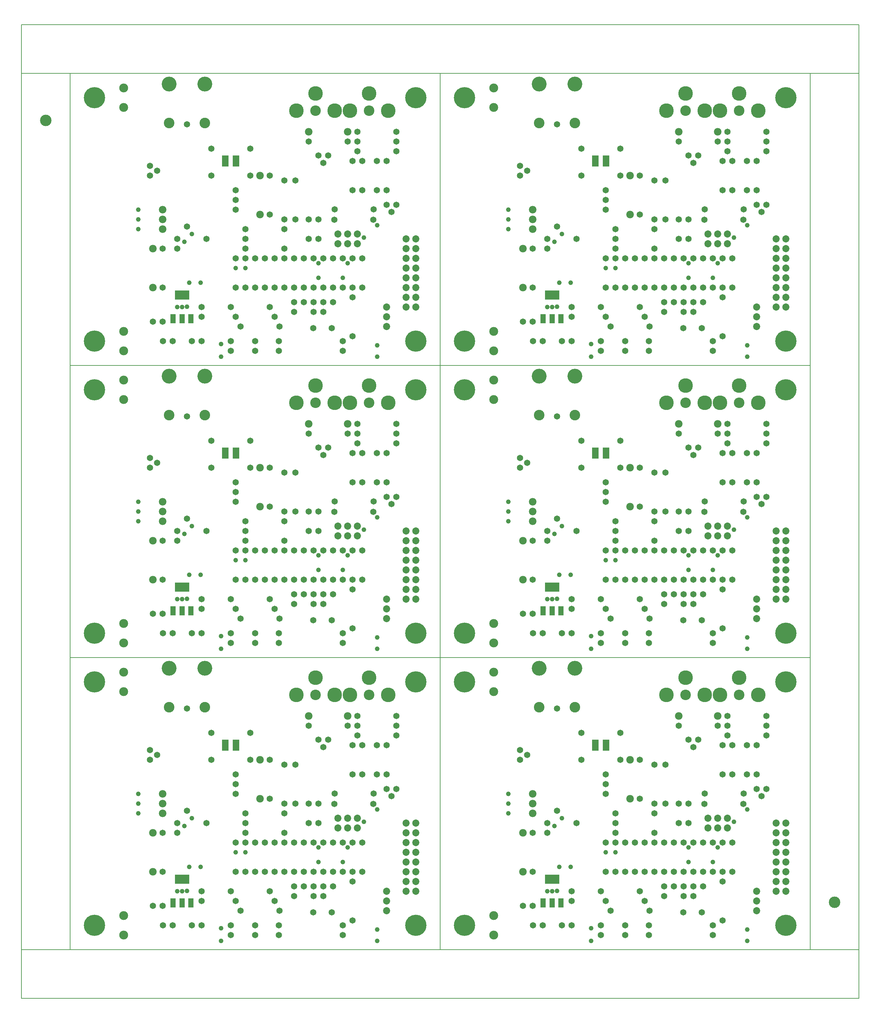
<source format=gts>
G04 CAM350 V7.6 (Build 209) Date:  Wed Jul 26 15:17:14 2006 *
G04 Database: d:\cam\brmk3-1a\100023-1.cam *
G04 Layer 5: 100023-1.GTS *
%FSLAX24Y24*%
%MOIN*%
%SFA1.000B1.000*%

%MIA0B0*%
%IPPOS*%
%ADD70C,0.06500*%
%ADD32C,0.21800*%
%ADD33C,0.10840*%
%ADD34C,0.15040*%
%ADD35C,0.15200*%
%ADD36C,0.10850*%
%ADD37C,0.04800*%
%ADD40C,0.00800*%
%ADD63R,0.05600X0.09600*%
%ADD64R,0.14970X0.09460*%
%ADD65R,0.07100X0.11430*%
%ADD66C,0.07800*%
%ADD67C,0.07300*%
%ADD68C,0.09100*%
%ADD69C,0.11811*%
%LN100023-1.GTS*%
%LPD*%
G54D70*
X15343Y9842D03*
X16343D03*
X16368Y7817D03*
X17368D03*
X19343Y7842D03*
X20343D03*
Y10342D03*
Y11342D03*
X23343D03*
X23843Y10342D03*
X24343Y9342D03*
X23343Y7842D03*
Y6842D03*
X25843D03*
Y7842D03*
X28293D03*
Y6842D03*
X28343Y9342D03*
X27843Y10342D03*
X27343Y11342D03*
X26843Y13342D03*
X25843D03*
X24843D03*
X23843D03*
Y16342D03*
X24843D03*
X25843D03*
X26843D03*
X27843D03*
X28843D03*
Y17342D03*
X29843Y16342D03*
X30843D03*
X31843D03*
X32843D03*
X33843D03*
X34843D03*
X35843D03*
X36843D03*
Y13342D03*
X35843D03*
X34843D03*
X33843D03*
X32843D03*
X31843D03*
X30843D03*
X29843D03*
X28843D03*
X27843D03*
X29843Y11842D03*
X30843D03*
X31843D03*
X32843D03*
X33843D03*
X32843Y10842D03*
X31843D03*
X31818Y9167D03*
X33718D03*
X34843Y7842D03*
Y6842D03*
X35843Y8342D03*
Y12342D03*
X29843Y10842D03*
X24843Y17342D03*
Y18342D03*
Y19342D03*
X23843Y21342D03*
Y22342D03*
Y23342D03*
X25343Y24842D03*
X27343D03*
X28843Y24342D03*
X29968D03*
X32843Y26142D03*
X32343Y26892D03*
X33343D03*
X31343Y28342D03*
X35343D03*
X36343D03*
Y27342D03*
X35843Y26342D03*
X36843D03*
X38343D03*
X39343D03*
X40343Y27342D03*
Y28342D03*
Y29342D03*
X36343D03*
X35843Y23342D03*
X36843D03*
X38343D03*
X39343D03*
Y21842D03*
X39843Y21092D03*
X40343Y21842D03*
X38018Y21367D03*
X37993Y20292D03*
X34018Y21367D03*
X33993Y20292D03*
X32343Y20342D03*
X31343D03*
X29968D03*
X28843D03*
Y19342D03*
X27343Y20842D03*
X31343Y18342D03*
X32343D03*
X25343Y27592D03*
X21343D03*
X18843Y30092D03*
X15043Y25842D03*
X15793Y25342D03*
X15043Y24842D03*
X21343D03*
X18843Y19592D03*
X17843Y18342D03*
Y17342D03*
X16343D03*
X20843Y18342D03*
X16343Y13342D03*
G54D63*
X17433Y10122D03*
X18343D03*
X19253D03*
G54D64*
X18343Y12562D03*
G54D66*
X15343Y13342D03*
Y17342D03*
X16343Y19342D03*
Y20342D03*
Y21342D03*
X26343Y20842D03*
Y24842D03*
X31343Y29342D03*
X35343D03*
G54D67*
Y18842D03*
X34343D03*
Y17842D03*
X35343D03*
X36343D03*
Y18842D03*
X41343Y18342D03*
Y17342D03*
X42343D03*
Y18342D03*
Y16342D03*
X41343D03*
Y15342D03*
Y14342D03*
X42343D03*
Y15342D03*
Y13342D03*
X41343D03*
Y12342D03*
X42343D03*
Y11342D03*
X41343D03*
X39343D03*
Y10342D03*
Y9342D03*
G54D65*
X23895Y26342D03*
X22792D03*
G54D32*
X9343Y7842D03*
Y32842D03*
X42343D03*
Y7842D03*
G54D33*
X37543Y31492D03*
X32043D03*
G54D34*
X30075D03*
X32043Y33263D03*
X34012Y31492D03*
X35575D03*
X37543Y33263D03*
X39512Y31492D03*
G54D35*
X20683Y34242D03*
X17013D03*
G54D36*
Y30242D03*
X20683D03*
G54D68*
X12343Y31842D03*
Y33842D03*
Y8842D03*
Y6842D03*
G54D37*
X22343Y6217D03*
Y7542D03*
X18843Y11367D03*
X18343Y11342D03*
X17843D03*
X19093Y13842D03*
X20243D03*
X23843Y15342D03*
X24843D03*
X19343Y18817D03*
X18568Y18042D03*
X13843Y19342D03*
Y20342D03*
Y21342D03*
X32343Y15842D03*
Y14342D03*
X34843D03*
X35343Y15842D03*
X37018Y18467D03*
X38368Y19742D03*
Y7392D03*
Y6217D03*
G54D70*
X53343Y9842D03*
X54343D03*
X54368Y7817D03*
X55368D03*
X57343Y7842D03*
X58343D03*
Y10342D03*
Y11342D03*
X61343D03*
X61843Y10342D03*
X62343Y9342D03*
X61343Y7842D03*
Y6842D03*
X63843D03*
Y7842D03*
X66293D03*
Y6842D03*
X66343Y9342D03*
X65843Y10342D03*
X65343Y11342D03*
X64843Y13342D03*
X63843D03*
X62843D03*
X61843D03*
Y16342D03*
X62843D03*
X63843D03*
X64843D03*
X65843D03*
X66843D03*
Y17342D03*
X67843Y16342D03*
X68843D03*
X69843D03*
X70843D03*
X71843D03*
X72843D03*
X73843D03*
X74843D03*
Y13342D03*
X73843D03*
X72843D03*
X71843D03*
X70843D03*
X69843D03*
X68843D03*
X67843D03*
X66843D03*
X65843D03*
X67843Y11842D03*
X68843D03*
X69843D03*
X70843D03*
X71843D03*
X70843Y10842D03*
X69843D03*
X69818Y9167D03*
X71718D03*
X72843Y7842D03*
Y6842D03*
X73843Y8342D03*
Y12342D03*
X67843Y10842D03*
X62843Y17342D03*
Y18342D03*
Y19342D03*
X61843Y21342D03*
Y22342D03*
Y23342D03*
X63343Y24842D03*
X65343D03*
X66843Y24342D03*
X67968D03*
X70843Y26142D03*
X70343Y26892D03*
X71343D03*
X69343Y28342D03*
X73343D03*
X74343D03*
Y27342D03*
X73843Y26342D03*
X74843D03*
X76343D03*
X77343D03*
X78343Y27342D03*
Y28342D03*
Y29342D03*
X74343D03*
X73843Y23342D03*
X74843D03*
X76343D03*
X77343D03*
Y21842D03*
X77843Y21092D03*
X78343Y21842D03*
X76018Y21367D03*
X75993Y20292D03*
X72018Y21367D03*
X71993Y20292D03*
X70343Y20342D03*
X69343D03*
X67968D03*
X66843D03*
Y19342D03*
X65343Y20842D03*
X69343Y18342D03*
X70343D03*
X63343Y27592D03*
X59343D03*
X56843Y30092D03*
X53043Y25842D03*
X53793Y25342D03*
X53043Y24842D03*
X59343D03*
X56843Y19592D03*
X55843Y18342D03*
Y17342D03*
X54343D03*
X58843Y18342D03*
X54343Y13342D03*
G54D63*
X55433Y10122D03*
X56343D03*
X57253D03*
G54D64*
X56343Y12562D03*
G54D66*
X53343Y13342D03*
Y17342D03*
X54343Y19342D03*
Y20342D03*
Y21342D03*
X64343Y20842D03*
Y24842D03*
X69343Y29342D03*
X73343D03*
G54D67*
Y18842D03*
X72343D03*
Y17842D03*
X73343D03*
X74343D03*
Y18842D03*
X79343Y18342D03*
Y17342D03*
X80343D03*
Y18342D03*
Y16342D03*
X79343D03*
Y15342D03*
Y14342D03*
X80343D03*
Y15342D03*
Y13342D03*
X79343D03*
Y12342D03*
X80343D03*
Y11342D03*
X79343D03*
X77343D03*
Y10342D03*
Y9342D03*
G54D65*
X61895Y26342D03*
X60792D03*
G54D32*
X47343Y7842D03*
Y32842D03*
X80343D03*
Y7842D03*
G54D33*
X75543Y31492D03*
X70043D03*
G54D34*
X68075D03*
X70043Y33263D03*
X72012Y31492D03*
X73575D03*
X75543Y33263D03*
X77512Y31492D03*
G54D35*
X58683Y34242D03*
X55013D03*
G54D36*
Y30242D03*
X58683D03*
G54D68*
X50343Y31842D03*
Y33842D03*
Y8842D03*
Y6842D03*
G54D37*
X60343Y6217D03*
Y7542D03*
X56843Y11367D03*
X56343Y11342D03*
X55843D03*
X57093Y13842D03*
X58243D03*
X61843Y15342D03*
X62843D03*
X57343Y18817D03*
X56568Y18042D03*
X51843Y19342D03*
Y20342D03*
Y21342D03*
X70343Y15842D03*
Y14342D03*
X72843D03*
X73343Y15842D03*
X75018Y18467D03*
X76368Y19742D03*
Y7392D03*
Y6217D03*
G54D70*
X15343Y-20158D03*
Y-50158D03*
X16343Y-20158D03*
Y-50158D03*
X16368Y-22183D03*
Y-52183D03*
X17368Y-22183D03*
Y-52183D03*
X19343Y-22158D03*
Y-52158D03*
X20343Y-22158D03*
Y-52158D03*
Y-19658D03*
Y-49658D03*
Y-18658D03*
Y-48658D03*
X23343Y-18658D03*
Y-48658D03*
X23843Y-19658D03*
Y-49658D03*
X24343Y-20658D03*
Y-50658D03*
X23343Y-22158D03*
Y-52158D03*
Y-23158D03*
Y-53158D03*
X25843Y-23158D03*
Y-53158D03*
Y-22158D03*
Y-52158D03*
X28293Y-22158D03*
Y-52158D03*
Y-23158D03*
Y-53158D03*
X28343Y-20658D03*
Y-50658D03*
X27843Y-19658D03*
Y-49658D03*
X27343Y-18658D03*
Y-48658D03*
X26843Y-16658D03*
Y-46658D03*
X25843Y-16658D03*
Y-46658D03*
X24843Y-16658D03*
Y-46658D03*
X23843Y-16658D03*
Y-46658D03*
Y-13658D03*
Y-43658D03*
X24843Y-13658D03*
Y-43658D03*
X25843Y-13658D03*
Y-43658D03*
X26843Y-13658D03*
Y-43658D03*
X27843Y-13658D03*
Y-43658D03*
X28843Y-13658D03*
Y-43658D03*
Y-12658D03*
Y-42658D03*
X29843Y-13658D03*
Y-43658D03*
X30843Y-13658D03*
Y-43658D03*
X31843Y-13658D03*
Y-43658D03*
X32843Y-13658D03*
Y-43658D03*
X33843Y-13658D03*
Y-43658D03*
X34843Y-13658D03*
Y-43658D03*
X35843Y-13658D03*
Y-43658D03*
X36843Y-13658D03*
Y-43658D03*
Y-16658D03*
Y-46658D03*
X35843Y-16658D03*
Y-46658D03*
X34843Y-16658D03*
Y-46658D03*
X33843Y-16658D03*
Y-46658D03*
X32843Y-16658D03*
Y-46658D03*
X31843Y-16658D03*
Y-46658D03*
X30843Y-16658D03*
Y-46658D03*
X29843Y-16658D03*
Y-46658D03*
X28843Y-16658D03*
Y-46658D03*
X27843Y-16658D03*
Y-46658D03*
X29843Y-18158D03*
Y-48158D03*
X30843Y-18158D03*
Y-48158D03*
X31843Y-18158D03*
Y-48158D03*
X32843Y-18158D03*
Y-48158D03*
X33843Y-18158D03*
Y-48158D03*
X32843Y-19158D03*
Y-49158D03*
X31843Y-19158D03*
Y-49158D03*
X31818Y-20833D03*
Y-50833D03*
X33718Y-20833D03*
Y-50833D03*
X34843Y-22158D03*
Y-52158D03*
Y-23158D03*
Y-53158D03*
X35843Y-21658D03*
Y-51658D03*
Y-17658D03*
Y-47658D03*
X29843Y-19158D03*
Y-49158D03*
X24843Y-12658D03*
Y-42658D03*
Y-11658D03*
Y-41658D03*
Y-10658D03*
Y-40658D03*
X23843Y-8658D03*
Y-38658D03*
Y-7658D03*
Y-37658D03*
Y-6658D03*
Y-36658D03*
X25343Y-5158D03*
Y-35158D03*
X27343Y-5158D03*
Y-35158D03*
X28843Y-5658D03*
Y-35658D03*
X29968Y-5658D03*
Y-35658D03*
X32843Y-3858D03*
Y-33858D03*
X32343Y-3108D03*
Y-33108D03*
X33343Y-3108D03*
Y-33108D03*
X31343Y-1658D03*
Y-31658D03*
X35343Y-1658D03*
Y-31658D03*
X36343Y-1658D03*
Y-31658D03*
Y-2658D03*
Y-32658D03*
X35843Y-3658D03*
Y-33658D03*
X36843Y-3658D03*
Y-33658D03*
X38343Y-3658D03*
Y-33658D03*
X39343Y-3658D03*
Y-33658D03*
X40343Y-2658D03*
Y-32658D03*
Y-1658D03*
Y-31658D03*
Y-658D03*
Y-30658D03*
X36343Y-658D03*
Y-30658D03*
X35843Y-6658D03*
Y-36658D03*
X36843Y-6658D03*
Y-36658D03*
X38343Y-6658D03*
Y-36658D03*
X39343Y-6658D03*
Y-36658D03*
Y-8158D03*
Y-38158D03*
X39843Y-8908D03*
Y-38908D03*
X40343Y-8158D03*
Y-38158D03*
X38018Y-8633D03*
Y-38633D03*
X37993Y-9708D03*
Y-39708D03*
X34018Y-8633D03*
Y-38633D03*
X33993Y-9708D03*
Y-39708D03*
X32343Y-9658D03*
Y-39658D03*
X31343Y-9658D03*
Y-39658D03*
X29968Y-9658D03*
Y-39658D03*
X28843Y-9658D03*
Y-39658D03*
Y-10658D03*
Y-40658D03*
X27343Y-9158D03*
Y-39158D03*
X31343Y-11658D03*
Y-41658D03*
X32343Y-11658D03*
Y-41658D03*
X25343Y-2408D03*
Y-32408D03*
X21343Y-2408D03*
Y-32408D03*
X18843Y92D03*
Y-29908D03*
X15043Y-4158D03*
Y-34158D03*
X15793Y-4658D03*
Y-34658D03*
X15043Y-5158D03*
Y-35158D03*
X21343Y-5158D03*
Y-35158D03*
X18843Y-10408D03*
Y-40408D03*
X17843Y-11658D03*
Y-41658D03*
Y-12658D03*
Y-42658D03*
X16343Y-12658D03*
Y-42658D03*
X20843Y-11658D03*
Y-41658D03*
X16343Y-16658D03*
Y-46658D03*
G54D63*
X17433Y-19878D03*
Y-49878D03*
X18343Y-19878D03*
Y-49878D03*
X19253Y-19878D03*
Y-49878D03*
G54D64*
X18343Y-17438D03*
Y-47438D03*
G54D66*
X15343Y-16658D03*
Y-46658D03*
Y-12658D03*
Y-42658D03*
X16343Y-10658D03*
Y-40658D03*
Y-9658D03*
Y-39658D03*
Y-8658D03*
Y-38658D03*
X26343Y-9158D03*
Y-39158D03*
Y-5158D03*
Y-35158D03*
X31343Y-658D03*
Y-30658D03*
X35343Y-658D03*
Y-30658D03*
G54D67*
Y-11158D03*
Y-41158D03*
X34343Y-11158D03*
Y-41158D03*
Y-12158D03*
Y-42158D03*
X35343Y-12158D03*
Y-42158D03*
X36343Y-12158D03*
Y-42158D03*
Y-11158D03*
Y-41158D03*
X41343Y-11658D03*
Y-41658D03*
Y-12658D03*
Y-42658D03*
X42343Y-12658D03*
Y-42658D03*
Y-11658D03*
Y-41658D03*
Y-13658D03*
Y-43658D03*
X41343Y-13658D03*
Y-43658D03*
Y-14658D03*
Y-44658D03*
Y-15658D03*
Y-45658D03*
X42343Y-15658D03*
Y-45658D03*
Y-14658D03*
Y-44658D03*
Y-16658D03*
Y-46658D03*
X41343Y-16658D03*
Y-46658D03*
Y-17658D03*
Y-47658D03*
X42343Y-17658D03*
Y-47658D03*
Y-18658D03*
Y-48658D03*
X41343Y-18658D03*
Y-48658D03*
X39343Y-18658D03*
Y-48658D03*
Y-19658D03*
Y-49658D03*
Y-20658D03*
Y-50658D03*
G54D65*
X23895Y-3658D03*
Y-33658D03*
X22792Y-3658D03*
Y-33658D03*
G54D32*
X9343Y-22158D03*
Y-52158D03*
Y2842D03*
Y-27158D03*
X42343Y2842D03*
Y-27158D03*
Y-22158D03*
Y-52158D03*
G54D33*
X37543Y1492D03*
Y-28508D03*
X32043Y1492D03*
Y-28508D03*
G54D34*
X30075Y1492D03*
Y-28508D03*
X32043Y3263D03*
Y-26737D03*
X34012Y1492D03*
Y-28508D03*
X35575Y1492D03*
Y-28508D03*
X37543Y3263D03*
Y-26737D03*
X39512Y1492D03*
Y-28508D03*
G54D35*
X20683Y4242D03*
Y-25758D03*
X17013Y4242D03*
Y-25758D03*
G54D36*
Y242D03*
Y-29758D03*
X20683Y242D03*
Y-29758D03*
G54D68*
X12343Y1842D03*
Y-28158D03*
Y3842D03*
Y-26158D03*
Y-21158D03*
Y-51158D03*
Y-23158D03*
Y-53158D03*
G54D37*
X22343Y-23783D03*
Y-53783D03*
Y-22458D03*
Y-52458D03*
X18843Y-18633D03*
Y-48633D03*
X18343Y-18658D03*
Y-48658D03*
X17843Y-18658D03*
Y-48658D03*
X19093Y-16158D03*
Y-46158D03*
X20243Y-16158D03*
Y-46158D03*
X23843Y-14658D03*
Y-44658D03*
X24843Y-14658D03*
Y-44658D03*
X19343Y-11183D03*
Y-41183D03*
X18568Y-11958D03*
Y-41958D03*
X13843Y-10658D03*
Y-40658D03*
Y-9658D03*
Y-39658D03*
Y-8658D03*
Y-38658D03*
X32343Y-14158D03*
Y-44158D03*
Y-15658D03*
Y-45658D03*
X34843Y-15658D03*
Y-45658D03*
X35343Y-14158D03*
Y-44158D03*
X37018Y-11533D03*
Y-41533D03*
X38368Y-10258D03*
Y-40258D03*
Y-22608D03*
Y-52608D03*
Y-23783D03*
Y-53783D03*
G54D70*
X53343Y-20158D03*
Y-50158D03*
X54343Y-20158D03*
Y-50158D03*
X54368Y-22183D03*
Y-52183D03*
X55368Y-22183D03*
Y-52183D03*
X57343Y-22158D03*
Y-52158D03*
X58343Y-22158D03*
Y-52158D03*
Y-19658D03*
Y-49658D03*
Y-18658D03*
Y-48658D03*
X61343Y-18658D03*
Y-48658D03*
X61843Y-19658D03*
Y-49658D03*
X62343Y-20658D03*
Y-50658D03*
X61343Y-22158D03*
Y-52158D03*
Y-23158D03*
Y-53158D03*
X63843Y-23158D03*
Y-53158D03*
Y-22158D03*
Y-52158D03*
X66293Y-22158D03*
Y-52158D03*
Y-23158D03*
Y-53158D03*
X66343Y-20658D03*
Y-50658D03*
X65843Y-19658D03*
Y-49658D03*
X65343Y-18658D03*
Y-48658D03*
X64843Y-16658D03*
Y-46658D03*
X63843Y-16658D03*
Y-46658D03*
X62843Y-16658D03*
Y-46658D03*
X61843Y-16658D03*
Y-46658D03*
Y-13658D03*
Y-43658D03*
X62843Y-13658D03*
Y-43658D03*
X63843Y-13658D03*
Y-43658D03*
X64843Y-13658D03*
Y-43658D03*
X65843Y-13658D03*
Y-43658D03*
X66843Y-13658D03*
Y-43658D03*
Y-12658D03*
Y-42658D03*
X67843Y-13658D03*
Y-43658D03*
X68843Y-13658D03*
Y-43658D03*
X69843Y-13658D03*
Y-43658D03*
X70843Y-13658D03*
Y-43658D03*
X71843Y-13658D03*
Y-43658D03*
X72843Y-13658D03*
Y-43658D03*
X73843Y-13658D03*
Y-43658D03*
X74843Y-13658D03*
Y-43658D03*
Y-16658D03*
Y-46658D03*
X73843Y-16658D03*
Y-46658D03*
X72843Y-16658D03*
Y-46658D03*
X71843Y-16658D03*
Y-46658D03*
X70843Y-16658D03*
Y-46658D03*
X69843Y-16658D03*
Y-46658D03*
X68843Y-16658D03*
Y-46658D03*
X67843Y-16658D03*
Y-46658D03*
X66843Y-16658D03*
Y-46658D03*
X65843Y-16658D03*
Y-46658D03*
X67843Y-18158D03*
Y-48158D03*
X68843Y-18158D03*
Y-48158D03*
X69843Y-18158D03*
Y-48158D03*
X70843Y-18158D03*
Y-48158D03*
X71843Y-18158D03*
Y-48158D03*
X70843Y-19158D03*
Y-49158D03*
X69843Y-19158D03*
Y-49158D03*
X69818Y-20833D03*
Y-50833D03*
X71718Y-20833D03*
Y-50833D03*
X72843Y-22158D03*
Y-52158D03*
Y-23158D03*
Y-53158D03*
X73843Y-21658D03*
Y-51658D03*
Y-17658D03*
Y-47658D03*
X67843Y-19158D03*
Y-49158D03*
X62843Y-12658D03*
Y-42658D03*
Y-11658D03*
Y-41658D03*
Y-10658D03*
Y-40658D03*
X61843Y-8658D03*
Y-38658D03*
Y-7658D03*
Y-37658D03*
Y-6658D03*
Y-36658D03*
X63343Y-5158D03*
Y-35158D03*
X65343Y-5158D03*
Y-35158D03*
X66843Y-5658D03*
Y-35658D03*
X67968Y-5658D03*
Y-35658D03*
X70843Y-3858D03*
Y-33858D03*
X70343Y-3108D03*
Y-33108D03*
X71343Y-3108D03*
Y-33108D03*
X69343Y-1658D03*
Y-31658D03*
X73343Y-1658D03*
Y-31658D03*
X74343Y-1658D03*
Y-31658D03*
Y-2658D03*
Y-32658D03*
X73843Y-3658D03*
Y-33658D03*
X74843Y-3658D03*
Y-33658D03*
X76343Y-3658D03*
Y-33658D03*
X77343Y-3658D03*
Y-33658D03*
X78343Y-2658D03*
Y-32658D03*
Y-1658D03*
Y-31658D03*
Y-658D03*
Y-30658D03*
X74343Y-658D03*
Y-30658D03*
X73843Y-6658D03*
Y-36658D03*
X74843Y-6658D03*
Y-36658D03*
X76343Y-6658D03*
Y-36658D03*
X77343Y-6658D03*
Y-36658D03*
Y-8158D03*
Y-38158D03*
X77843Y-8908D03*
Y-38908D03*
X78343Y-8158D03*
Y-38158D03*
X76018Y-8633D03*
Y-38633D03*
X75993Y-9708D03*
Y-39708D03*
X72018Y-8633D03*
Y-38633D03*
X71993Y-9708D03*
Y-39708D03*
X70343Y-9658D03*
Y-39658D03*
X69343Y-9658D03*
Y-39658D03*
X67968Y-9658D03*
Y-39658D03*
X66843Y-9658D03*
Y-39658D03*
Y-10658D03*
Y-40658D03*
X65343Y-9158D03*
Y-39158D03*
X69343Y-11658D03*
Y-41658D03*
X70343Y-11658D03*
Y-41658D03*
X63343Y-2408D03*
Y-32408D03*
X59343Y-2408D03*
Y-32408D03*
X56843Y92D03*
Y-29908D03*
X53043Y-4158D03*
Y-34158D03*
X53793Y-4658D03*
Y-34658D03*
X53043Y-5158D03*
Y-35158D03*
X59343Y-5158D03*
Y-35158D03*
X56843Y-10408D03*
Y-40408D03*
X55843Y-11658D03*
Y-41658D03*
Y-12658D03*
Y-42658D03*
X54343Y-12658D03*
Y-42658D03*
X58843Y-11658D03*
Y-41658D03*
X54343Y-16658D03*
Y-46658D03*
G54D63*
X55433Y-19878D03*
Y-49878D03*
X56343Y-19878D03*
Y-49878D03*
X57253Y-19878D03*
Y-49878D03*
G54D64*
X56343Y-17438D03*
Y-47438D03*
G54D66*
X53343Y-16658D03*
Y-46658D03*
Y-12658D03*
Y-42658D03*
X54343Y-10658D03*
Y-40658D03*
Y-9658D03*
Y-39658D03*
Y-8658D03*
Y-38658D03*
X64343Y-9158D03*
Y-39158D03*
Y-5158D03*
Y-35158D03*
X69343Y-658D03*
Y-30658D03*
X73343Y-658D03*
Y-30658D03*
G54D67*
Y-11158D03*
Y-41158D03*
X72343Y-11158D03*
Y-41158D03*
Y-12158D03*
Y-42158D03*
X73343Y-12158D03*
Y-42158D03*
X74343Y-12158D03*
Y-42158D03*
Y-11158D03*
Y-41158D03*
X79343Y-11658D03*
Y-41658D03*
Y-12658D03*
Y-42658D03*
X80343Y-12658D03*
Y-42658D03*
Y-11658D03*
Y-41658D03*
Y-13658D03*
Y-43658D03*
X79343Y-13658D03*
Y-43658D03*
Y-14658D03*
Y-44658D03*
Y-15658D03*
Y-45658D03*
X80343Y-15658D03*
Y-45658D03*
Y-14658D03*
Y-44658D03*
Y-16658D03*
Y-46658D03*
X79343Y-16658D03*
Y-46658D03*
Y-17658D03*
Y-47658D03*
X80343Y-17658D03*
Y-47658D03*
Y-18658D03*
Y-48658D03*
X79343Y-18658D03*
Y-48658D03*
X77343Y-18658D03*
Y-48658D03*
Y-19658D03*
Y-49658D03*
Y-20658D03*
Y-50658D03*
G54D65*
X61895Y-3658D03*
Y-33658D03*
X60792Y-3658D03*
Y-33658D03*
G54D32*
X47343Y-22158D03*
Y-52158D03*
Y2842D03*
Y-27158D03*
X80343Y2842D03*
Y-27158D03*
Y-22158D03*
Y-52158D03*
G54D33*
X75543Y1492D03*
Y-28508D03*
X70043Y1492D03*
Y-28508D03*
G54D34*
X68075Y1492D03*
Y-28508D03*
X70043Y3263D03*
Y-26737D03*
X72012Y1492D03*
Y-28508D03*
X73575Y1492D03*
Y-28508D03*
X75543Y3263D03*
Y-26737D03*
X77512Y1492D03*
Y-28508D03*
G54D35*
X58683Y4242D03*
Y-25758D03*
X55013Y4242D03*
Y-25758D03*
G54D36*
Y242D03*
Y-29758D03*
X58683Y242D03*
Y-29758D03*
G54D68*
X50343Y1842D03*
Y-28158D03*
Y3842D03*
Y-26158D03*
Y-21158D03*
Y-51158D03*
Y-23158D03*
Y-53158D03*
G54D37*
X60343Y-23783D03*
Y-53783D03*
Y-22458D03*
Y-52458D03*
X56843Y-18633D03*
Y-48633D03*
X56343Y-18658D03*
Y-48658D03*
X55843Y-18658D03*
Y-48658D03*
X57093Y-16158D03*
Y-46158D03*
X58243Y-16158D03*
Y-46158D03*
X61843Y-14658D03*
Y-44658D03*
X62843Y-14658D03*
Y-44658D03*
X57343Y-11183D03*
Y-41183D03*
X56568Y-11958D03*
Y-41958D03*
X51843Y-10658D03*
Y-40658D03*
Y-9658D03*
Y-39658D03*
Y-8658D03*
Y-38658D03*
X70343Y-14158D03*
Y-44158D03*
Y-15658D03*
Y-45658D03*
X72843Y-15658D03*
Y-45658D03*
X73343Y-14158D03*
Y-44158D03*
X75018Y-11533D03*
Y-41533D03*
X76368Y-10258D03*
Y-40258D03*
Y-22608D03*
Y-52608D03*
Y-23783D03*
Y-53783D03*
G54D69*
X4343Y30499D03*
X85343Y-49815D03*
G54D40*
X6843Y5342D02*
G01Y35342D01*
X44843*
Y5342*
X6843*
X44843D02*
G01Y35342D01*
X82843*
Y5342*
X44843*
X6843Y-24658D02*
G01Y5342D01*
X44843*
Y-24658*
X6843*
Y-54658D02*
G01Y-24658D01*
X44843*
Y-54658*
X6843*
X44843Y-24658D02*
G01Y5342D01*
X82843*
Y-24658*
X44843*
Y-54658D02*
G01Y-24658D01*
X82843*
Y-54658*
X44843*
X82843D02*
G01X87843D01*
Y35342*
X82843*
Y-54658*
X1843Y40342D02*
G01X87843D01*
Y35342*
X1843*
Y40342*
Y-54658D02*
G01X6843D01*
Y35342*
X1843*
Y-54658*
Y-54658D02*
G01X87843D01*
Y-59658*
X1843*
Y-54658*
M02*

</source>
